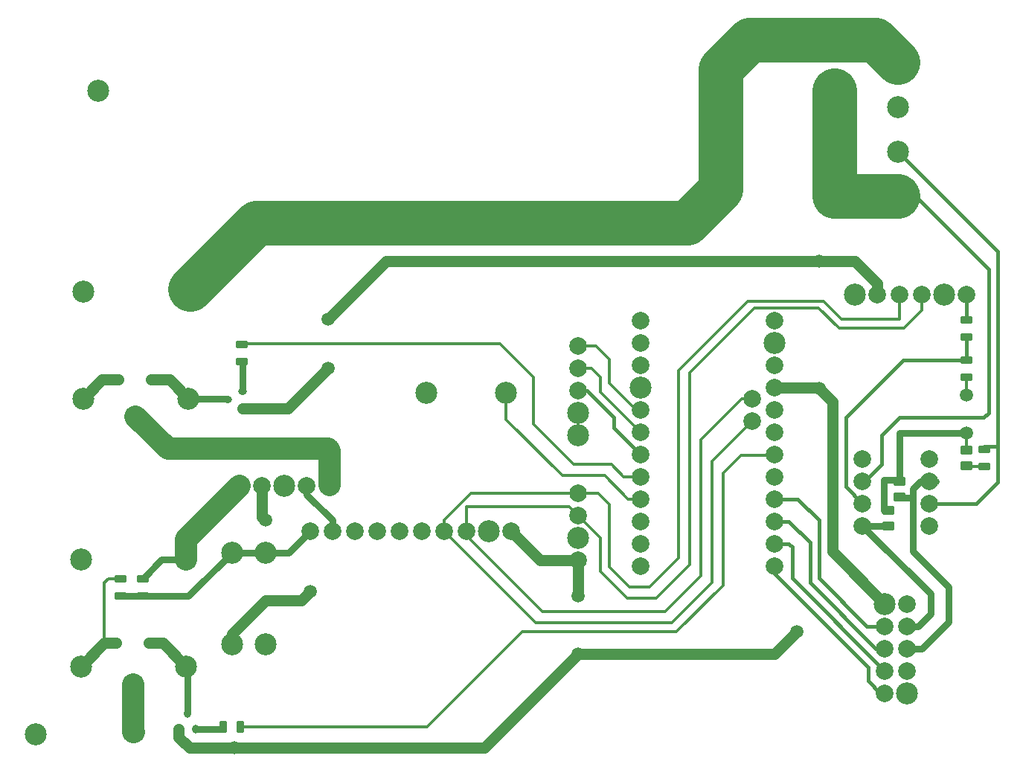
<source format=gbl>
G04 Layer_Physical_Order=2*
G04 Layer_Color=16711680*
%FSLAX25Y25*%
%MOIN*%
G70*
G01*
G75*
%ADD10C,0.05000*%
%ADD11C,0.06000*%
%ADD12C,0.07874*%
%ADD13C,0.09843*%
%ADD14C,0.05906*%
G04:AMPARAMS|DCode=15|XSize=55.12mil|YSize=39.37mil|CornerRadius=4.92mil|HoleSize=0mil|Usage=FLASHONLY|Rotation=0.000|XOffset=0mil|YOffset=0mil|HoleType=Round|Shape=RoundedRectangle|*
%AMROUNDEDRECTD15*
21,1,0.05512,0.02953,0,0,0.0*
21,1,0.04528,0.03937,0,0,0.0*
1,1,0.00984,0.02264,-0.01476*
1,1,0.00984,-0.02264,-0.01476*
1,1,0.00984,-0.02264,0.01476*
1,1,0.00984,0.02264,0.01476*
%
%ADD15ROUNDEDRECTD15*%
G04:AMPARAMS|DCode=16|XSize=51.18mil|YSize=31.5mil|CornerRadius=3.94mil|HoleSize=0mil|Usage=FLASHONLY|Rotation=0.000|XOffset=0mil|YOffset=0mil|HoleType=Round|Shape=RoundedRectangle|*
%AMROUNDEDRECTD16*
21,1,0.05118,0.02362,0,0,0.0*
21,1,0.04331,0.03150,0,0,0.0*
1,1,0.00787,0.02165,-0.01181*
1,1,0.00787,-0.02165,-0.01181*
1,1,0.00787,-0.02165,0.01181*
1,1,0.00787,0.02165,0.01181*
%
%ADD16ROUNDEDRECTD16*%
%ADD17O,0.03827X0.03158*%
G04:AMPARAMS|DCode=18|XSize=31.5mil|YSize=39.37mil|CornerRadius=3.94mil|HoleSize=0mil|Usage=FLASHONLY|Rotation=270.000|XOffset=0mil|YOffset=0mil|HoleType=Round|Shape=RoundedRectangle|*
%AMROUNDEDRECTD18*
21,1,0.03150,0.03150,0,0,270.0*
21,1,0.02362,0.03937,0,0,270.0*
1,1,0.00787,-0.01575,-0.01181*
1,1,0.00787,-0.01575,0.01181*
1,1,0.00787,0.01575,0.01181*
1,1,0.00787,0.01575,-0.01181*
%
%ADD18ROUNDEDRECTD18*%
%ADD19O,0.03158X0.03827*%
G04:AMPARAMS|DCode=20|XSize=51.18mil|YSize=31.5mil|CornerRadius=3.94mil|HoleSize=0mil|Usage=FLASHONLY|Rotation=270.000|XOffset=0mil|YOffset=0mil|HoleType=Round|Shape=RoundedRectangle|*
%AMROUNDEDRECTD20*
21,1,0.05118,0.02362,0,0,270.0*
21,1,0.04331,0.03150,0,0,270.0*
1,1,0.00787,-0.01181,-0.02165*
1,1,0.00787,-0.01181,0.02165*
1,1,0.00787,0.01181,0.02165*
1,1,0.00787,0.01181,-0.02165*
%
%ADD20ROUNDEDRECTD20*%
%ADD21C,0.03000*%
%ADD22C,0.01200*%
%ADD23C,0.01500*%
%ADD24C,0.20000*%
%ADD25C,0.10000*%
D10*
X145984Y189260D02*
X166260D01*
X184000Y207000D01*
Y229000D02*
X210000Y255000D01*
X404000D01*
X410000Y125000D02*
X433500Y101500D01*
X384000Y198500D02*
X403500D01*
X404000Y198000D01*
X410000Y192000D01*
Y125000D02*
Y192000D01*
X404000Y255000D02*
X420000D01*
X430000Y240000D02*
Y245000D01*
X420000Y255000D02*
X430000Y245000D01*
X141000Y83410D02*
Y88000D01*
X156000Y103000D01*
X154500Y140500D02*
X156000Y139000D01*
X154500Y140500D02*
Y154500D01*
X156000Y103000D02*
X172000D01*
X176000Y107000D01*
X142000Y37000D02*
X254000D01*
X122000D02*
X142000D01*
X254000D02*
X296000Y79000D01*
X117260Y41740D02*
X122000Y37000D01*
X117260Y41740D02*
Y45516D01*
X296000Y105000D02*
Y121000D01*
Y79000D02*
X384000D01*
X394000Y89000D01*
X279000Y121000D02*
X296000D01*
X266000Y134000D02*
X279000Y121000D01*
X74366Y193386D02*
X82980Y202000D01*
X90216D01*
X104783D02*
X112996D01*
X121610Y193386D01*
X73366Y73386D02*
X83980Y84000D01*
X89217D01*
X103783D02*
X109996D01*
X120610Y73386D01*
D11*
X404000Y198000D02*
D03*
Y255000D02*
D03*
D12*
X144500Y154500D02*
D03*
X154500D02*
D03*
X174500D02*
D03*
X184500D02*
D03*
X296000Y151000D02*
D03*
Y141000D02*
D03*
Y121000D02*
D03*
X443500Y71500D02*
D03*
Y81500D02*
D03*
Y91500D02*
D03*
Y101500D02*
D03*
X433500Y61500D02*
D03*
Y71500D02*
D03*
Y81500D02*
D03*
Y91500D02*
D03*
X470000Y240000D02*
D03*
X440000D02*
D03*
X450000D02*
D03*
X430000D02*
D03*
X176000Y134000D02*
D03*
X186000D02*
D03*
X196000D02*
D03*
X206000D02*
D03*
X216000D02*
D03*
X226000D02*
D03*
X236000D02*
D03*
X246000D02*
D03*
X266000D02*
D03*
X453500Y136500D02*
D03*
Y146500D02*
D03*
Y156500D02*
D03*
Y166500D02*
D03*
X423500Y136500D02*
D03*
Y146500D02*
D03*
Y156500D02*
D03*
Y166500D02*
D03*
X374000Y183500D02*
D03*
Y193500D02*
D03*
X384000Y228500D02*
D03*
Y208500D02*
D03*
Y198500D02*
D03*
Y188500D02*
D03*
Y178500D02*
D03*
Y168500D02*
D03*
Y158500D02*
D03*
Y148500D02*
D03*
Y138500D02*
D03*
Y128500D02*
D03*
Y118500D02*
D03*
X324000Y228500D02*
D03*
Y218500D02*
D03*
Y208500D02*
D03*
Y188500D02*
D03*
Y178500D02*
D03*
Y168500D02*
D03*
Y158500D02*
D03*
Y148500D02*
D03*
Y138500D02*
D03*
Y128500D02*
D03*
Y118500D02*
D03*
X296000Y217000D02*
D03*
Y207000D02*
D03*
Y197000D02*
D03*
D13*
X164500Y154500D02*
D03*
X53000Y43000D02*
D03*
X97000Y44000D02*
D03*
X296000Y131000D02*
D03*
X443500Y61500D02*
D03*
X433500Y101500D02*
D03*
X156000Y83410D02*
D03*
Y124591D02*
D03*
X141000D02*
D03*
Y83410D02*
D03*
X411000Y331500D02*
D03*
X81000D02*
D03*
X460000Y240000D02*
D03*
X420000D02*
D03*
X256000Y134000D02*
D03*
X439405Y344000D02*
D03*
Y324000D02*
D03*
Y304000D02*
D03*
Y284000D02*
D03*
X228284Y196000D02*
D03*
X263717D02*
D03*
X97988Y185512D02*
D03*
X121610Y193386D02*
D03*
X74366D02*
D03*
Y241417D02*
D03*
X121610D02*
D03*
X384000Y218500D02*
D03*
X324000Y198500D02*
D03*
X296000Y187000D02*
D03*
Y177000D02*
D03*
X96988Y65512D02*
D03*
X120610Y73386D02*
D03*
X73366D02*
D03*
Y121417D02*
D03*
X120610D02*
D03*
D14*
X470000Y178000D02*
D03*
Y195000D02*
D03*
X184000Y207000D02*
D03*
Y229000D02*
D03*
X156000Y139000D02*
D03*
X176000Y107000D02*
D03*
X142000Y37000D02*
D03*
X296000Y105000D02*
D03*
Y79000D02*
D03*
X394000Y89000D02*
D03*
D15*
X440000Y156543D02*
D03*
Y149457D02*
D03*
X435000Y143543D02*
D03*
Y136457D02*
D03*
X470000Y170543D02*
D03*
Y163457D02*
D03*
D16*
X478000Y163063D02*
D03*
Y170937D02*
D03*
X470000Y228937D02*
D03*
Y221063D02*
D03*
Y203063D02*
D03*
Y210937D02*
D03*
X101000Y112937D02*
D03*
Y105063D02*
D03*
X91000Y112937D02*
D03*
Y105063D02*
D03*
X145500Y210063D02*
D03*
Y217937D02*
D03*
D17*
X145984Y196740D02*
D03*
Y189260D02*
D03*
X139016Y193000D02*
D03*
D18*
X90216Y202000D02*
D03*
X104783D02*
D03*
X89217Y84000D02*
D03*
X103783D02*
D03*
D19*
X124740Y45516D02*
D03*
X117260D02*
D03*
X121000Y52484D02*
D03*
D20*
X137063Y46500D02*
D03*
X144937D02*
D03*
D21*
X446000Y125000D02*
Y149000D01*
X440000D02*
X446000D01*
X440000D02*
Y149457D01*
Y157000D02*
Y178000D01*
X433000Y157000D02*
X440000D01*
X433000Y143543D02*
Y157000D01*
Y143543D02*
X435000D01*
X440000Y178000D02*
X470000D01*
X423543Y136457D02*
X454000Y106000D01*
X423543Y136457D02*
X435000D01*
X446000Y149000D02*
Y153000D01*
X121610Y193386D02*
X138630D01*
X139016Y193000D01*
X145984Y196740D02*
Y209579D01*
X145500Y210063D02*
X145984Y209579D01*
X174500Y150500D02*
X186000Y139000D01*
X174500Y150500D02*
Y154500D01*
X186000Y134000D02*
Y139000D01*
X462000Y93372D02*
Y109000D01*
X446000Y125000D02*
X462000Y109000D01*
X446000Y153000D02*
X449500Y156500D01*
X453500D01*
X456500D01*
X450128Y81500D02*
X462000Y93372D01*
X443500Y81500D02*
X450128D01*
X454000Y97000D02*
Y106000D01*
X448500Y91500D02*
X454000Y97000D01*
X443500Y91500D02*
X448500D01*
X166591Y124591D02*
X176000Y134000D01*
X156000Y124591D02*
X166591D01*
X141000D02*
X156000D01*
X121472Y105063D02*
X141000Y124591D01*
X101000Y105063D02*
X121472D01*
X91000D02*
X101000D01*
Y112937D02*
X109480Y121417D01*
X120610D01*
X124740Y45516D02*
X136079D01*
X121000Y52484D02*
Y72996D01*
D22*
X423500Y136457D02*
X423543D01*
X423500D02*
Y136500D01*
X470000Y163063D02*
X478000D01*
X470000D02*
Y163457D01*
X83980Y84000D02*
Y110980D01*
X85937Y112937D01*
X91000D01*
X470000Y170543D02*
Y178000D01*
Y195000D02*
Y203063D01*
X308000Y159000D02*
X318500Y148500D01*
X289000Y159000D02*
X308000D01*
X263717Y184283D02*
X289000Y159000D01*
X263717Y184283D02*
Y196000D01*
X261000Y218000D02*
X276000Y203000D01*
Y182000D02*
Y203000D01*
Y182000D02*
X294000Y164000D01*
X145500Y217937D02*
X145563Y218000D01*
X261000D01*
X311000Y164000D02*
X316500Y158500D01*
X324000D01*
X294000Y164000D02*
X311000D01*
X236000Y134000D02*
Y139000D01*
X306000Y196500D02*
Y203000D01*
X302000Y207000D02*
X306000Y203000D01*
X296000Y207000D02*
X302000D01*
X306000Y196500D02*
X324000Y178500D01*
X310000Y200537D02*
X322037Y188500D01*
X310000Y200537D02*
Y211000D01*
X304000Y217000D02*
X310000Y211000D01*
X296000Y217000D02*
X304000D01*
X292000Y145000D02*
X296000Y141000D01*
X246000Y145000D02*
X292000D01*
X246000Y137000D02*
Y145000D01*
X406000Y237000D02*
X414000Y229000D01*
X372000Y237000D02*
X406000D01*
X341000Y206000D02*
X372000Y237000D01*
X341000Y122000D02*
Y206000D01*
X414000Y229000D02*
X440000D01*
Y238000D01*
X442000Y225000D02*
X450000Y233000D01*
X413000Y225000D02*
X442000D01*
X403963Y234037D02*
X413000Y225000D01*
X437537Y240000D02*
X440000D01*
X136079Y45516D02*
X137063Y46500D01*
X144937D02*
X228500D01*
X271000Y89000D01*
X340111D01*
X361000Y109889D01*
X324000Y158500D02*
Y160000D01*
X318500Y148500D02*
X324000D01*
X248000Y151000D02*
X293000D01*
X305000D02*
X310000Y146000D01*
X296000Y151000D02*
X305000D01*
X356000Y111000D02*
Y165500D01*
X338000Y93000D02*
X356000Y111000D01*
X277000Y93000D02*
X338000D01*
X369000Y168000D02*
X384000D01*
X361000Y160000D02*
X369000Y168000D01*
X361000Y109889D02*
Y160000D01*
X351000Y175000D02*
X369500Y193500D01*
X351000Y114000D02*
Y175000D01*
X335000Y98000D02*
X351000Y114000D01*
X356000Y165500D02*
X374000Y183500D01*
X346000Y205000D02*
X375037Y234037D01*
X346000Y119000D02*
Y205000D01*
X331000Y104000D02*
X346000Y119000D01*
X328000Y109000D02*
X341000Y122000D01*
X450000Y233000D02*
Y240000D01*
X375037Y234037D02*
X403963D01*
X236000Y134000D02*
X277000Y93000D01*
X280000Y98000D02*
X335000D01*
X310000Y118000D02*
X319000Y109000D01*
X328000D01*
X246000Y132000D02*
X280000Y98000D01*
X310000Y118000D02*
Y146000D01*
X296000Y141000D02*
X306000Y131000D01*
Y116000D02*
Y131000D01*
Y116000D02*
X318000Y104000D01*
X331000D01*
X369500Y193500D02*
X374000D01*
X246000Y134000D02*
X249000D01*
X246000Y137000D02*
X249000Y134000D01*
X236000Y139000D02*
X248000Y151000D01*
X246000Y132000D02*
Y134000D01*
D23*
X484000Y172000D02*
Y259405D01*
Y156000D02*
Y172000D01*
X478000D02*
X484000D01*
X478000Y170937D02*
Y172000D01*
X432000Y164000D02*
Y177000D01*
X424000Y156000D02*
X432000Y164000D01*
Y177000D02*
X440000Y185000D01*
X477823D01*
X416000Y154000D02*
Y185000D01*
Y154000D02*
X423500Y146500D01*
X416000Y185000D02*
X441937Y210937D01*
X474500Y146500D02*
X484000Y156000D01*
X453500Y146500D02*
X474500D01*
X296000Y197000D02*
X300000D01*
X312000Y185000D01*
Y180500D02*
Y185000D01*
Y180500D02*
X324000Y168500D01*
X394500Y148500D02*
X404000Y139000D01*
Y113000D02*
Y139000D01*
Y113000D02*
X425500Y91500D01*
X439405Y304000D02*
X484000Y259405D01*
X444426Y287000D02*
X480000Y251426D01*
Y187177D02*
Y251426D01*
X477823Y185000D02*
X480000Y187177D01*
X441937Y210937D02*
X470000D01*
Y221063D01*
X423500Y146500D02*
X424000Y147000D01*
X470000Y228937D02*
Y240000D01*
X425500Y91500D02*
X433500D01*
X384000Y115000D02*
X426000Y73000D01*
Y67000D02*
Y73000D01*
Y67000D02*
X431500Y61500D01*
X384000Y115000D02*
Y118500D01*
X431500Y61500D02*
X433500D01*
Y63500D01*
X390500Y138500D02*
X400000Y129000D01*
Y111000D02*
Y129000D01*
Y111000D02*
X429500Y81500D01*
X433500D01*
X384000Y128500D02*
X390500D01*
X392000Y127000D01*
Y113000D02*
Y127000D01*
Y113000D02*
X433500Y71500D01*
X384000Y138500D02*
X390500D01*
X384000Y148500D02*
X394500D01*
D24*
X152193Y272000D02*
X345000D01*
X122597Y242404D02*
X152193Y272000D01*
X345000D02*
X360000Y287000D01*
X411000Y284000D02*
X439405D01*
X411000D02*
Y331500D01*
X429405Y354000D02*
X439405Y344000D01*
X373000Y354000D02*
X429405D01*
X360000Y341000D02*
X373000Y354000D01*
X360000Y287000D02*
Y341000D01*
D25*
X112500Y171000D02*
X184000D01*
X97988Y185512D02*
X112500Y171000D01*
X184803Y154803D02*
Y170197D01*
X184000Y171000D02*
X184803Y170197D01*
X120610Y121417D02*
Y130610D01*
X144500Y154500D01*
X96988Y44012D02*
X97000Y44000D01*
X96988Y44012D02*
Y65512D01*
M02*

</source>
